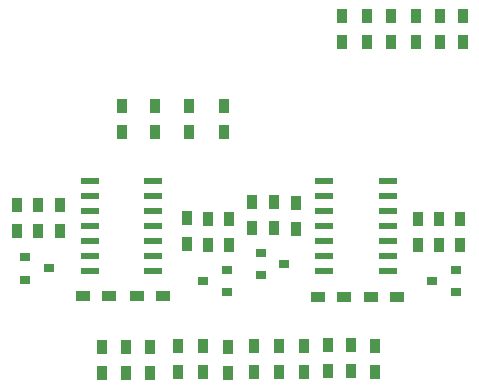
<source format=gbr>
G04 #@! TF.GenerationSoftware,KiCad,Pcbnew,(5.1.4)-1*
G04 #@! TF.CreationDate,2021-07-27T11:29:55-04:00*
G04 #@! TF.ProjectId,9000 Clock Module,39303030-2043-46c6-9f63-6b204d6f6475,rev?*
G04 #@! TF.SameCoordinates,Original*
G04 #@! TF.FileFunction,Paste,Top*
G04 #@! TF.FilePolarity,Positive*
%FSLAX46Y46*%
G04 Gerber Fmt 4.6, Leading zero omitted, Abs format (unit mm)*
G04 Created by KiCad (PCBNEW (5.1.4)-1) date 2021-07-27 11:29:55*
%MOMM*%
%LPD*%
G04 APERTURE LIST*
%ADD10R,0.900000X1.200000*%
%ADD11R,1.200000X0.900000*%
%ADD12R,0.900000X0.800000*%
%ADD13R,1.500000X0.600000*%
G04 APERTURE END LIST*
D10*
X101092000Y-80602000D03*
X101092000Y-78402000D03*
X107566000Y-78354000D03*
X107566000Y-80554000D03*
X114018000Y-80514000D03*
X114018000Y-78314000D03*
X120104000Y-80494000D03*
X120104000Y-78294000D03*
X111740000Y-68390000D03*
X111740000Y-66190000D03*
D11*
X104170000Y-74150000D03*
X101970000Y-74150000D03*
X99650000Y-74150000D03*
X97450000Y-74150000D03*
X121830000Y-74240000D03*
X124030000Y-74240000D03*
X117300000Y-74230000D03*
X119500000Y-74230000D03*
D10*
X129290000Y-69770000D03*
X129290000Y-67570000D03*
X91800000Y-66410000D03*
X91800000Y-68610000D03*
X109800000Y-69780000D03*
X109800000Y-67580000D03*
D12*
X109580000Y-73790000D03*
X109580000Y-71890000D03*
X107580000Y-72840000D03*
X94530000Y-71780000D03*
X92530000Y-72730000D03*
X92530000Y-70830000D03*
X128960000Y-73780000D03*
X128960000Y-71880000D03*
X126960000Y-72830000D03*
X114460000Y-71410000D03*
X112460000Y-72360000D03*
X112460000Y-70460000D03*
D10*
X123460000Y-50420000D03*
X123460000Y-52620000D03*
X127650000Y-52630000D03*
X127650000Y-50430000D03*
X99060000Y-78402000D03*
X99060000Y-80602000D03*
X103124000Y-80602000D03*
X103124000Y-78402000D03*
X105436000Y-80554000D03*
X105436000Y-78354000D03*
X109728000Y-78402000D03*
X109728000Y-80602000D03*
X111908000Y-78314000D03*
X111908000Y-80514000D03*
X116118000Y-80514000D03*
X116118000Y-78314000D03*
X118124000Y-78294000D03*
X118124000Y-80494000D03*
X122164000Y-78314000D03*
X122164000Y-80514000D03*
X103520000Y-60210000D03*
X103520000Y-58010000D03*
X100680000Y-58060000D03*
X100680000Y-60260000D03*
X109360000Y-60260000D03*
X109360000Y-58060000D03*
X106420000Y-58060000D03*
X106420000Y-60260000D03*
X119360000Y-50390000D03*
X119360000Y-52590000D03*
X121440000Y-52620000D03*
X121440000Y-50420000D03*
X106220000Y-69750000D03*
X106220000Y-67550000D03*
X95490000Y-66390000D03*
X95490000Y-68590000D03*
X125790000Y-69770000D03*
X125790000Y-67570000D03*
X115430000Y-66200000D03*
X115430000Y-68400000D03*
X108010000Y-69780000D03*
X108010000Y-67580000D03*
X93630000Y-66410000D03*
X93630000Y-68610000D03*
X127510000Y-69820000D03*
X127510000Y-67620000D03*
X113550000Y-68390000D03*
X113550000Y-66190000D03*
X125570000Y-50420000D03*
X125570000Y-52620000D03*
X129570000Y-50390000D03*
X129570000Y-52590000D03*
D13*
X97970000Y-71980000D03*
X97970000Y-70710000D03*
X97970000Y-69440000D03*
X97970000Y-68170000D03*
X97970000Y-66900000D03*
X97970000Y-65630000D03*
X97970000Y-64360000D03*
X103370000Y-64360000D03*
X103370000Y-65630000D03*
X103370000Y-66900000D03*
X103370000Y-68170000D03*
X103370000Y-69440000D03*
X103370000Y-70710000D03*
X103370000Y-71980000D03*
X123210000Y-71990000D03*
X123210000Y-70720000D03*
X123210000Y-69450000D03*
X123210000Y-68180000D03*
X123210000Y-66910000D03*
X123210000Y-65640000D03*
X123210000Y-64370000D03*
X117810000Y-64370000D03*
X117810000Y-65640000D03*
X117810000Y-66910000D03*
X117810000Y-68180000D03*
X117810000Y-69450000D03*
X117810000Y-70720000D03*
X117810000Y-71990000D03*
M02*

</source>
